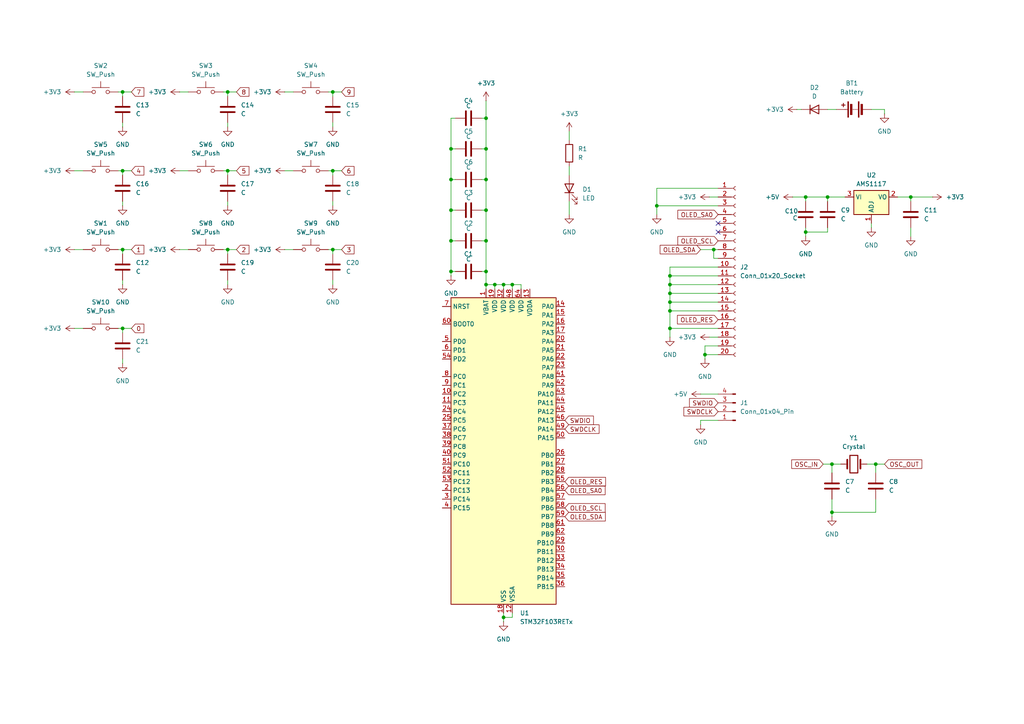
<source format=kicad_sch>
(kicad_sch (version 20231120) (generator "eeschema") (generator_version "8.0")
  (paper "A4")
  (lib_symbols
    (symbol "Connector:Conn_01x04_Pin" (pin_names (offset 1.016) hide)
      (property "Reference" "J" (at 0 5.08 0))
      (property "Value" "Conn_01x04_Pin" (at 0 -7.62 0))
      (symbol "Conn_01x04_Pin_1_1"
        (polyline (pts (xy 1.27 -5.08) (xy 0.8636 -5.08)) (stroke (width 0.1524)))
        (polyline (pts (xy 1.27 -2.54) (xy 0.8636 -2.54)) (stroke (width 0.1524)))
        (polyline (pts (xy 1.27 0) (xy 0.8636 0)) (stroke (width 0.1524)))
        (polyline (pts (xy 1.27 2.54) (xy 0.8636 2.54)) (stroke (width 0.1524)))
        (rectangle (start 0.8636 -4.953) (end 0 -5.207) (stroke (width 0.1524)) (fill (type outline)))
        (rectangle (start 0.8636 -2.413) (end 0 -2.667) (stroke (width 0.1524)) (fill (type outline)))
        (rectangle (start 0.8636 0.127) (end 0 -0.127) (stroke (width 0.1524)) (fill (type outline)))
        (rectangle (start 0.8636 2.667) (end 0 2.413) (stroke (width 0.1524)) (fill (type outline)))
        (pin passive line (at 5.08 2.54 180) (length 3.81) (name "Pin_1") (number "1"))
        (pin passive line (at 5.08 0 180) (length 3.81) (name "Pin_2") (number "2"))
        (pin passive line (at 5.08 -2.54 180) (length 3.81) (name "Pin_3") (number "3"))
        (pin passive line (at 5.08 -5.08 180) (length 3.81) (name "Pin_4") (number "4"))
      )
    )
    (symbol "Connector:Conn_01x20_Socket" (pin_names (offset 1.016) hide)
      (property "Reference" "J" (at 0 25.4 0))
      (property "Value" "Conn_01x20_Socket" (at 0 -27.94 0))
      (symbol "Conn_01x20_Socket_1_1"
        (arc (start 0 -24.892) (mid -0.5058 -25.4) (end 0 -25.908) (stroke (width 0.1524)))
        (arc (start 0 -22.352) (mid -0.5058 -22.86) (end 0 -23.368) (stroke (width 0.1524)))
        (arc (start 0 -19.812) (mid -0.5058 -20.32) (end 0 -20.828) (stroke (width 0.1524)))
        (arc (start 0 -17.272) (mid -0.5058 -17.78) (end 0 -18.288) (stroke (width 0.1524)))
        (arc (start 0 -14.732) (mid -0.5058 -15.24) (end 0 -15.748) (stroke (width 0.1524)))
        (arc (start 0 -12.192) (mid -0.5058 -12.7) (end 0 -13.208) (stroke (width 0.1524)))
        (arc (start 0 -9.652) (mid -0.5058 -10.16) (end 0 -10.668) (stroke (width 0.1524)))
        (arc (start 0 -7.112) (mid -0.5058 -7.62) (end 0 -8.128) (stroke (width 0.1524)))
        (arc (start 0 -4.572) (mid -0.5058 -5.08) (end 0 -5.588) (stroke (width 0.1524)))
        (arc (start 0 -2.032) (mid -0.5058 -2.54) (end 0 -3.048) (stroke (width 0.1524)))
        (polyline (pts (xy -1.27 -25.4) (xy -0.508 -25.4)) (stroke (width 0.1524)))
        (polyline (pts (xy -1.27 -22.86) (xy -0.508 -22.86)) (stroke (width 0.1524)))
        (polyline (pts (xy -1.27 -20.32) (xy -0.508 -20.32)) (stroke (width 0.1524)))
        (polyline (pts (xy -1.27 -17.78) (xy -0.508 -17.78)) (stroke (width 0.1524)))
        (polyline (pts (xy -1.27 -15.24) (xy -0.508 -15.24)) (stroke (width 0.1524)))
        (polyline (pts (xy -1.27 -12.7) (xy -0.508 -12.7)) (stroke (width 0.1524)))
        (polyline (pts (xy -1.27 -10.16) (xy -0.508 -10.16)) (stroke (width 0.1524)))
        (polyline (pts (xy -1.27 -7.62) (xy -0.508 -7.62)) (stroke (width 0.1524)))
        (polyline (pts (xy -1.27 -5.08) (xy -0.508 -5.08)) (stroke (width 0.1524)))
        (polyline (pts (xy -1.27 -2.54) (xy -0.508 -2.54)) (stroke (width 0.1524)))
        (polyline (pts (xy -1.27 0) (xy -0.508 0)) (stroke (width 0.1524)))
        (polyline (pts (xy -1.27 2.54) (xy -0.508 2.54)) (stroke (width 0.1524)))
        (polyline (pts (xy -1.27 5.08) (xy -0.508 5.08)) (stroke (width 0.1524)))
        (polyline (pts (xy -1.27 7.62) (xy -0.508 7.62)) (stroke (width 0.1524)))
        (polyline (pts (xy -1.27 10.16) (xy -0.508 10.16)) (stroke (width 0.1524)))
        (polyline (pts (xy -1.27 12.7) (xy -0.508 12.7)) (stroke (width 0.1524)))
        (polyline (pts (xy -1.27 15.24) (xy -0.508 15.24)) (stroke (width 0.1524)))
        (polyline (pts (xy -1.27 17.78) (xy -0.508 17.78)) (stroke (width 0.1524)))
        (polyline (pts (xy -1.27 20.32) (xy -0.508 20.32)) (stroke (width 0.1524)))
        (polyline (pts (xy -1.27 22.86) (xy -0.508 22.86)) (stroke (width 0.1524)))
        (arc (start 0 0.508) (mid -0.5058 0) (end 0 -0.508) (stroke (width 0.1524)))
        (arc (start 0 3.048) (mid -0.5058 2.54) (end 0 2.032) (stroke (width 0.1524)))
        (arc (start 0 5.588) (mid -0.5058 5.08) (end 0 4.572) (stroke (width 0.1524)))
        (arc (start 0 8.128) (mid -0.5058 7.62) (end 0 7.112) (stroke (width 0.1524)))
        (arc (start 0 10.668) (mid -0.5058 10.16) (end 0 9.652) (stroke (width 0.1524)))
        (arc (start 0 13.208) (mid -0.5058 12.7) (end 0 12.192) (stroke (width 0.1524)))
        (arc (start 0 15.748) (mid -0.5058 15.24) (end 0 14.732) (stroke (width 0.1524)))
        (arc (start 0 18.288) (mid -0.5058 17.78) (end 0 17.272) (stroke (width 0.1524)))
        (arc (start 0 20.828) (mid -0.5058 20.32) (end 0 19.812) (stroke (width 0.1524)))
        (arc (start 0 23.368) (mid -0.5058 22.86) (end 0 22.352) (stroke (width 0.1524)))
        (pin passive line (at -5.08 22.86 0) (length 3.81) (name "Pin_1") (number "1"))
        (pin passive line (at -5.08 0 0) (length 3.81) (name "Pin_10") (number "10"))
        (pin passive line (at -5.08 -2.54 0) (length 3.81) (name "Pin_11") (number "11"))
        (pin passive line (at -5.08 -5.08 0) (length 3.81) (name "Pin_12") (number "12"))
        (pin passive line (at -5.08 -7.62 0) (length 3.81) (name "Pin_13") (number "13"))
        (pin passive line (at -5.08 -10.16 0) (length 3.81) (name "Pin_14") (number "14"))
        (pin passive line (at -5.08 -12.7 0) (length 3.81) (name "Pin_15") (number "15"))
        (pin passive line (at -5.08 -15.24 0) (length 3.81) (name "Pin_16") (number "16"))
        (pin passive line (at -5.08 -17.78 0) (length 3.81) (name "Pin_17") (number "17"))
        (pin passive line (at -5.08 -20.32 0) (length 3.81) (name "Pin_18") (number "18"))
        (pin passive line (at -5.08 -22.86 0) (length 3.81) (name "Pin_19") (number "19"))
        (pin passive line (at -5.08 20.32 0) (length 3.81) (name "Pin_2") (number "2"))
        (pin passive line (at -5.08 -25.4 0) (length 3.81) (name "Pin_20") (number "20"))
        (pin passive line (at -5.08 17.78 0) (length 3.81) (name "Pin_3") (number "3"))
        (pin passive line (at -5.08 15.24 0) (length 3.81) (name "Pin_4") (number "4"))
        (pin passive line (at -5.08 12.7 0) (length 3.81) (name "Pin_5") (number "5"))
        (pin passive line (at -5.08 10.16 0) (length 3.81) (name "Pin_6") (number "6"))
        (pin passive line (at -5.08 7.62 0) (length 3.81) (name "Pin_7") (number "7"))
        (pin passive line (at -5.08 5.08 0) (length 3.81) (name "Pin_8") (number "8"))
        (pin passive line (at -5.08 2.54 0) (length 3.81) (name "Pin_9") (number "9"))
      )
    )
    (symbol "Device:Battery" (pin_numbers hide) (pin_names (offset 0) hide)
      (property "Reference" "BT" (at 2.54 2.54 0))
      (property "Value" "Battery" (at 2.54 0 0))
      (symbol "Battery_0_1"
        (rectangle (start -2.286 -1.27) (end 2.286 -1.524) (fill (type outline)))
        (rectangle (start -2.286 1.778) (end 2.286 1.524) (fill (type outline)))
        (rectangle (start -1.524 -2.032) (end 1.524 -2.54) (fill (type outline)))
        (rectangle (start -1.524 1.016) (end 1.524 0.508) (fill (type outline)))
        (polyline (pts (xy 0 -1.016) (xy 0 -0.762)))
        (polyline (pts (xy 0 -0.508) (xy 0 -0.254)))
        (polyline (pts (xy 0 0) (xy 0 0.254)))
        (polyline (pts (xy 0 1.778) (xy 0 2.54)))
        (polyline (pts (xy 0.762 3.048) (xy 1.778 3.048)) (stroke (width 0.254)))
        (polyline (pts (xy 1.27 3.556) (xy 1.27 2.54)) (stroke (width 0.254)))
      )
      (symbol "Battery_1_1"
        (pin passive line (at 0 5.08 270) (length 2.54) (name "+") (number "1"))
        (pin passive line (at 0 -5.08 90) (length 2.54) (name "-") (number "2"))
      )
    )
    (symbol "Device:C" (pin_numbers hide) (pin_names (offset 0.254))
      (property "Reference" "C" (at 0.635 2.54 0))
      (property "Value" "C" (at 0.635 -2.54 0))
      (symbol "C_0_1"
        (polyline (pts (xy -2.032 -0.762) (xy 2.032 -0.762)) (stroke (width 0.508)))
        (polyline (pts (xy -2.032 0.762) (xy 2.032 0.762)) (stroke (width 0.508)))
      )
      (symbol "C_1_1"
        (pin passive line (at 0 3.81 270) (length 2.794) (name "~") (number "1"))
        (pin passive line (at 0 -3.81 90) (length 2.794) (name "~") (number "2"))
      )
    )
    (symbol "Device:Crystal" (pin_numbers hide) (pin_names (offset 1.016) hide)
      (property "Reference" "Y" (at 0 3.81 0))
      (property "Value" "Crystal" (at 0 -3.81 0))
      (symbol "Crystal_0_1"
        (rectangle (start -1.143 2.54) (end 1.143 -2.54) (stroke (width 0.3048)))
        (polyline (pts (xy -2.54 0) (xy -1.905 0)))
        (polyline (pts (xy -1.905 -1.27) (xy -1.905 1.27)) (stroke (width 0.508)))
        (polyline (pts (xy 1.905 -1.27) (xy 1.905 1.27)) (stroke (width 0.508)))
        (polyline (pts (xy 2.54 0) (xy 1.905 0)))
      )
      (symbol "Crystal_1_1"
        (pin passive line (at -3.81 0 0) (length 1.27) (name "1") (number "1"))
        (pin passive line (at 3.81 0 180) (length 1.27) (name "2") (number "2"))
      )
    )
    (symbol "Device:D" (pin_numbers hide) (pin_names (offset 1.016) hide)
      (property "Reference" "D" (at 0 2.54 0))
      (property "Value" "D" (at 0 -2.54 0))
      (symbol "D_0_1"
        (polyline (pts (xy -1.27 1.27) (xy -1.27 -1.27)) (stroke (width 0.254)))
        (polyline (pts (xy 1.27 0) (xy -1.27 0)))
        (polyline (pts (xy 1.27 1.27) (xy 1.27 -1.27) (xy -1.27 0) (xy 1.27 1.27)) (stroke (width 0.254)))
      )
      (symbol "D_1_1"
        (pin passive line (at -3.81 0 0) (length 2.54) (name "K") (number "1"))
        (pin passive line (at 3.81 0 180) (length 2.54) (name "A") (number "2"))
      )
    )
    (symbol "Device:LED" (pin_numbers hide) (pin_names (offset 1.016) hide)
      (property "Reference" "D" (at 0 2.54 0))
      (property "Value" "LED" (at 0 -2.54 0))
      (symbol "LED_0_1"
        (polyline (pts (xy -1.27 -1.27) (xy -1.27 1.27)) (stroke (width 0.254)))
        (polyline (pts (xy -1.27 0) (xy 1.27 0)))
        (polyline (pts (xy 1.27 -1.27) (xy 1.27 1.27) (xy -1.27 0) (xy 1.27 -1.27)) (stroke (width 0.254)))
        (polyline (pts (xy -3.048 -0.762) (xy -4.572 -2.286) (xy -3.81 -2.286) (xy -4.572 -2.286) (xy -4.572 -1.524)))
        (polyline (pts (xy -1.778 -0.762) (xy -3.302 -2.286) (xy -2.54 -2.286) (xy -3.302 -2.286) (xy -3.302 -1.524)))
      )
      (symbol "LED_1_1"
        (pin passive line (at -3.81 0 0) (length 2.54) (name "K") (number "1"))
        (pin passive line (at 3.81 0 180) (length 2.54) (name "A") (number "2"))
      )
    )
    (symbol "Device:R" (pin_numbers hide) (pin_names (offset 0))
      (property "Reference" "R" (at 2.032 0 90))
      (property "Value" "R" (at 0 0 90))
      (symbol "R_0_1"
        (rectangle (start -1.016 -2.54) (end 1.016 2.54) (stroke (width 0.254)))
      )
      (symbol "R_1_1"
        (pin passive line (at 0 3.81 270) (length 1.27) (name "~") (number "1"))
        (pin passive line (at 0 -3.81 90) (length 1.27) (name "~") (number "2"))
      )
    )
    (symbol "MCU_ST_STM32F1:STM32F103RETx"
      (property "Reference" "U" (at -15.24 46.99 0))
      (property "Value" "STM32F103RETx" (at 10.16 46.99 0))
      (symbol "STM32F103RETx_0_1"
        (rectangle (start -15.24 -43.18) (end 15.24 45.72) (stroke (width 0.254)) (fill (type background)))
      )
      (symbol "STM32F103RETx_1_1"
        (pin power_in line (at -5.08 48.26 270) (length 2.54) (name "VBAT") (number "1"))
        (pin bidirectional line (at -17.78 17.78 0) (length 2.54) (name "PC2") (number "10"))
        (pin bidirectional line (at -17.78 15.24 0) (length 2.54) (name "PC3") (number "11"))
        (pin power_in line (at 2.54 -45.72 90) (length 2.54) (name "VSSA") (number "12"))
        (pin power_in line (at 7.62 48.26 270) (length 2.54) (name "VDDA") (number "13"))
        (pin bidirectional line (at 17.78 43.18 180) (length 2.54) (name "PA0") (number "14"))
        (pin bidirectional line (at 17.78 40.64 180) (length 2.54) (name "PA1") (number "15"))
        (pin bidirectional line (at 17.78 38.1 180) (length 2.54) (name "PA2") (number "16"))
        (pin bidirectional line (at 17.78 35.56 180) (length 2.54) (name "PA3") (number "17"))
        (pin power_in line (at 0 -45.72 90) (length 2.54) (name "VSS") (number "18"))
        (pin power_in line (at -2.54 48.26 270) (length 2.54) (name "VDD") (number "19"))
        (pin bidirectional line (at -17.78 -10.16 0) (length 2.54) (name "PC13") (number "2"))
        (pin bidirectional line (at 17.78 33.02 180) (length 2.54) (name "PA4") (number "20"))
        (pin bidirectional line (at 17.78 30.48 180) (length 2.54) (name "PA5") (number "21"))
        (pin bidirectional line (at 17.78 27.94 180) (length 2.54) (name "PA6") (number "22"))
        (pin bidirectional line (at 17.78 25.4 180) (length 2.54) (name "PA7") (number "23"))
        (pin bidirectional line (at -17.78 12.7 0) (length 2.54) (name "PC4") (number "24"))
        (pin bidirectional line (at -17.78 10.16 0) (length 2.54) (name "PC5") (number "25"))
        (pin bidirectional line (at 17.78 0 180) (length 2.54) (name "PB0") (number "26"))
        (pin bidirectional line (at 17.78 -2.54 180) (length 2.54) (name "PB1") (number "27"))
        (pin bidirectional line (at 17.78 -5.08 180) (length 2.54) (name "PB2") (number "28"))
        (pin bidirectional line (at 17.78 -25.4 180) (length 2.54) (name "PB10") (number "29"))
        (pin bidirectional line (at -17.78 -12.7 0) (length 2.54) (name "PC14") (number "3"))
        (pin bidirectional line (at 17.78 -27.94 180) (length 2.54) (name "PB11") (number "30"))
        (pin passive line (at 0 -45.72 90) (length 2.54) hide (name "VSS") (number "31"))
        (pin power_in line (at 0 48.26 270) (length 2.54) (name "VDD") (number "32"))
        (pin bidirectional line (at 17.78 -30.48 180) (length 2.54) (name "PB12") (number "33"))
        (pin bidirectional line (at 17.78 -33.02 180) (length 2.54) (name "PB13") (number "34"))
        (pin bidirectional line (at 17.78 -35.56 180) (length 2.54) (name "PB14") (number "35"))
        (pin bidirectional line (at 17.78 -38.1 180) (length 2.54) (name "PB15") (number "36"))
        (pin bidirectional line (at -17.78 7.62 0) (length 2.54) (name "PC6") (number "37"))
        (pin bidirectional line (at -17.78 5.08 0) (length 2.54) (name "PC7") (number "38"))
        (pin bidirectional line (at -17.78 2.54 0) (length 2.54) (name "PC8") (number "39"))
        (pin bidirectional line (at -17.78 -15.24 0) (length 2.54) (name "PC15") (number "4"))
        (pin bidirectional line (at -17.78 0 0) (length 2.54) (name "PC9") (number "40"))
        (pin bidirectional line (at 17.78 22.86 180) (length 2.54) (name "PA8") (number "41"))
        (pin bidirectional line (at 17.78 20.32 180) (length 2.54) (name "PA9") (number "42"))
        (pin bidirectional line (at 17.78 17.78 180) (length 2.54) (name "PA10") (number "43"))
        (pin bidirectional line (at 17.78 15.24 180) (length 2.54) (name "PA11") (number "44"))
        (pin bidirectional line (at 17.78 12.7 180) (length 2.54) (name "PA12") (number "45"))
        (pin bidirectional line (at 17.78 10.16 180) (length 2.54) (name "PA13") (number "46"))
        (pin passive line (at 0 -45.72 90) (length 2.54) hide (name "VSS") (number "47"))
        (pin power_in line (at 2.54 48.26 270) (length 2.54) (name "VDD") (number "48"))
        (pin bidirectional line (at 17.78 7.62 180) (length 2.54) (name "PA14") (number "49"))
        (pin bidirectional line (at -17.78 33.02 0) (length 2.54) (name "PD0") (number "5"))
        (pin bidirectional line (at 17.78 5.08 180) (length 2.54) (name "PA15") (number "50"))
        (pin bidirectional line (at -17.78 -2.54 0) (length 2.54) (name "PC10") (number "51"))
        (pin bidirectional line (at -17.78 -5.08 0) (length 2.54) (name "PC11") (number "52"))
        (pin bidirectional line (at -17.78 -7.62 0) (length 2.54) (name "PC12") (number "53"))
        (pin bidirectional line (at -17.78 27.94 0) (length 2.54) (name "PD2") (number "54"))
        (pin bidirectional line (at 17.78 -7.62 180) (length 2.54) (name "PB3") (number "55"))
        (pin bidirectional line (at 17.78 -10.16 180) (length 2.54) (name "PB4") (number "56"))
        (pin bidirectional line (at 17.78 -12.7 180) (length 2.54) (name "PB5") (number "57"))
        (pin bidirectional line (at 17.78 -15.24 180) (length 2.54) (name "PB6") (number "58"))
        (pin bidirectional line (at 17.78 -17.78 180) (length 2.54) (name "PB7") (number "59"))
        (pin bidirectional line (at -17.78 30.48 0) (length 2.54) (name "PD1") (number "6"))
        (pin input line (at -17.78 38.1 0) (length 2.54) (name "BOOT0") (number "60"))
        (pin bidirectional line (at 17.78 -20.32 180) (length 2.54) (name "PB8") (number "61"))
        (pin bidirectional line (at 17.78 -22.86 180) (length 2.54) (name "PB9") (number "62"))
        (pin passive line (at 0 -45.72 90) (length 2.54) hide (name "VSS") (number "63"))
        (pin power_in line (at 5.08 48.26 270) (length 2.54) (name "VDD") (number "64"))
        (pin input line (at -17.78 43.18 0) (length 2.54) (name "NRST") (number "7"))
        (pin bidirectional line (at -17.78 22.86 0) (length 2.54) (name "PC0") (number "8"))
        (pin bidirectional line (at -17.78 20.32 0) (length 2.54) (name "PC1") (number "9"))
      )
    )
    (symbol "Regulator_Linear:AMS1117"
      (property "Reference" "U" (at -3.81 3.175 0))
      (property "Value" "AMS1117" (at 0 3.175 0))
      (symbol "AMS1117_0_1"
        (rectangle (start -5.08 -5.08) (end 5.08 1.905) (stroke (width 0.254)) (fill (type background)))
      )
      (symbol "AMS1117_1_1"
        (pin input line (at 0 -7.62 90) (length 2.54) (name "ADJ") (number "1"))
        (pin power_out line (at 7.62 0 180) (length 2.54) (name "VO") (number "2"))
        (pin power_in line (at -7.62 0 0) (length 2.54) (name "VI") (number "3"))
      )
    )
    (symbol "Switch:SW_Push" (pin_numbers hide) (pin_names (offset 1.016) hide)
      (property "Reference" "SW" (at 1.27 2.54 0))
      (property "Value" "SW_Push" (at 0 -1.524 0))
      (symbol "SW_Push_0_1"
        (circle (center -2.032 0) (radius 0.508))
        (polyline (pts (xy 0 1.27) (xy 0 3.048)))
        (polyline (pts (xy 2.54 1.27) (xy -2.54 1.27)))
        (circle (center 2.032 0) (radius 0.508))
        (pin passive line (at -5.08 0 0) (length 2.54) (name "1") (number "1"))
        (pin passive line (at 5.08 0 180) (length 2.54) (name "2") (number "2"))
      )
    )
    (symbol "power:+3V3" (power) (pin_numbers hide) (pin_names (offset 0) hide)
      (property "Value" "+3V3" (at 0 3.556 0))
      (symbol "+3V3_0_1"
        (polyline (pts (xy -0.762 1.27) (xy 0 2.54)))
        (polyline (pts (xy 0 0) (xy 0 2.54)))
        (polyline (pts (xy 0 2.54) (xy 0.762 1.27)))
      )
      (symbol "+3V3_1_1"
        (pin power_in line (at 0 0 90) (length 0) (name "~") (number "1"))
      )
    )
    (symbol "power:+5V" (power) (pin_numbers hide) (pin_names (offset 0) hide)
      (property "Value" "+5V" (at 0 3.556 0))
      (symbol "+5V_0_1"
        (polyline (pts (xy -0.762 1.27) (xy 0 2.54)))
        (polyline (pts (xy 0 0) (xy 0 2.54)))
        (polyline (pts (xy 0 2.54) (xy 0.762 1.27)))
      )
      (symbol "+5V_1_1"
        (pin power_in line (at 0 0 90) (length 0) (name "~") (number "1"))
      )
    )
    (symbol "power:GND" (power) (pin_numbers hide) (pin_names (offset 0) hide)
      (property "Value" "GND" (at 0 -3.81 0))
      (symbol "GND_0_1"
        (polyline (pts (xy 0 0) (xy 0 -1.27) (xy 1.27 -1.27) (xy 0 -2.54) (xy -1.27 -1.27) (xy 0 -1.27)))
      )
      (symbol "GND_1_1"
        (pin power_in line (at 0 0 270) (length 0) (name "~") (number "1"))
      )
    )
  )
  (junction (at 194.31 90.17))
  (junction (at 35.56 26.67))
  (junction (at 204.47 102.87))
  (junction (at 140.97 69.85))
  (junction (at 35.56 49.53))
  (junction (at 264.16 57.15))
  (junction (at 96.52 72.39))
  (junction (at 190.5 59.69))
  (junction (at 241.3 148.59))
  (junction (at 130.81 60.96))
  (junction (at 241.3 134.62))
  (junction (at 143.51 82.55))
  (junction (at 66.04 49.53))
  (junction (at 66.04 72.39))
  (junction (at 207.01 72.39))
  (junction (at 194.31 95.25))
  (junction (at 194.31 82.55))
  (junction (at 66.04 26.67))
  (junction (at 140.97 43.18))
  (junction (at 140.97 60.96))
  (junction (at 140.97 52.07))
  (junction (at 254 134.62))
  (junction (at 194.31 85.09))
  (junction (at 194.31 80.01))
  (junction (at 35.56 72.39))
  (junction (at 96.52 49.53))
  (junction (at 233.68 67.31))
  (junction (at 130.81 69.85))
  (junction (at 148.59 82.55))
  (junction (at 146.05 179.07))
  (junction (at 130.81 43.18))
  (junction (at 96.52 26.67))
  (junction (at 140.97 78.74))
  (junction (at 130.81 52.07))
  (junction (at 140.97 82.55))
  (junction (at 240.03 57.15))
  (junction (at 194.31 87.63))
  (junction (at 146.05 82.55))
  (junction (at 35.56 95.25))
  (junction (at 233.68 57.15))
  (junction (at 140.97 34.29))
  (junction (at 130.81 78.74))
  (no_connect (at 208.28 67.31))
  (no_connect (at 208.28 64.77))
  (wire (pts (xy 35.56 95.25) (xy 38.1 95.25)))
  (wire (pts (xy 190.5 62.23) (xy 190.5 59.69)))
  (wire (pts (xy 132.08 69.85) (xy 130.81 69.85)))
  (wire (pts (xy 139.7 60.96) (xy 140.97 60.96)))
  (wire (pts (xy 165.1 38.1) (xy 165.1 40.64)))
  (wire (pts (xy 208.28 77.47) (xy 194.31 77.47)))
  (wire (pts (xy 140.97 29.21) (xy 140.97 34.29)))
  (wire (pts (xy 35.56 49.53) (xy 35.56 50.8)))
  (wire (pts (xy 52.07 26.67) (xy 54.61 26.67)))
  (wire (pts (xy 241.3 144.78) (xy 241.3 148.59)))
  (wire (pts (xy 204.47 100.33) (xy 204.47 102.87)))
  (wire (pts (xy 194.31 90.17) (xy 208.28 90.17)))
  (wire (pts (xy 21.59 72.39) (xy 24.13 72.39)))
  (wire (pts (xy 95.25 26.67) (xy 96.52 26.67)))
  (wire (pts (xy 139.7 43.18) (xy 140.97 43.18)))
  (wire (pts (xy 35.56 95.25) (xy 35.56 96.52)))
  (wire (pts (xy 146.05 82.55) (xy 143.51 82.55)))
  (wire (pts (xy 203.2 114.3) (xy 208.28 114.3)))
  (wire (pts (xy 95.25 49.53) (xy 96.52 49.53)))
  (wire (pts (xy 148.59 82.55) (xy 148.59 83.82)))
  (wire (pts (xy 240.03 57.15) (xy 233.68 57.15)))
  (wire (pts (xy 66.04 26.67) (xy 66.04 27.94)))
  (wire (pts (xy 241.3 148.59) (xy 241.3 149.86)))
  (wire (pts (xy 194.31 87.63) (xy 208.28 87.63)))
  (wire (pts (xy 194.31 85.09) (xy 194.31 87.63)))
  (wire (pts (xy 66.04 49.53) (xy 68.58 49.53)))
  (wire (pts (xy 140.97 78.74) (xy 140.97 69.85)))
  (wire (pts (xy 194.31 87.63) (xy 194.31 90.17)))
  (wire (pts (xy 64.77 26.67) (xy 66.04 26.67)))
  (wire (pts (xy 95.25 72.39) (xy 96.52 72.39)))
  (wire (pts (xy 140.97 78.74) (xy 140.97 82.55)))
  (wire (pts (xy 96.52 58.42) (xy 96.52 59.69)))
  (wire (pts (xy 194.31 82.55) (xy 194.31 85.09)))
  (wire (pts (xy 96.52 81.28) (xy 96.52 82.55)))
  (wire (pts (xy 140.97 82.55) (xy 140.97 83.82)))
  (wire (pts (xy 130.81 52.07) (xy 132.08 52.07)))
  (wire (pts (xy 240.03 31.75) (xy 242.57 31.75)))
  (wire (pts (xy 130.81 78.74) (xy 132.08 78.74)))
  (wire (pts (xy 140.97 34.29) (xy 140.97 43.18)))
  (wire (pts (xy 194.31 80.01) (xy 194.31 82.55)))
  (wire (pts (xy 208.28 95.25) (xy 194.31 95.25)))
  (wire (pts (xy 82.55 72.39) (xy 85.09 72.39)))
  (wire (pts (xy 203.2 121.92) (xy 203.2 123.19)))
  (wire (pts (xy 130.81 69.85) (xy 130.81 60.96)))
  (wire (pts (xy 21.59 95.25) (xy 24.13 95.25)))
  (wire (pts (xy 96.52 72.39) (xy 99.06 72.39)))
  (wire (pts (xy 130.81 60.96) (xy 130.81 52.07)))
  (wire (pts (xy 140.97 52.07) (xy 140.97 60.96)))
  (wire (pts (xy 256.54 31.75) (xy 256.54 33.02)))
  (wire (pts (xy 240.03 57.15) (xy 245.11 57.15)))
  (wire (pts (xy 252.73 64.77) (xy 252.73 66.04)))
  (wire (pts (xy 66.04 58.42) (xy 66.04 59.69)))
  (wire (pts (xy 231.14 31.75) (xy 232.41 31.75)))
  (wire (pts (xy 143.51 82.55) (xy 140.97 82.55)))
  (wire (pts (xy 140.97 34.29) (xy 139.7 34.29)))
  (wire (pts (xy 130.81 69.85) (xy 130.81 78.74)))
  (wire (pts (xy 66.04 49.53) (xy 66.04 50.8)))
  (wire (pts (xy 64.77 49.53) (xy 66.04 49.53)))
  (wire (pts (xy 130.81 60.96) (xy 132.08 60.96)))
  (wire (pts (xy 66.04 72.39) (xy 68.58 72.39)))
  (wire (pts (xy 35.56 35.56) (xy 35.56 36.83)))
  (wire (pts (xy 241.3 134.62) (xy 243.84 134.62)))
  (wire (pts (xy 66.04 72.39) (xy 66.04 73.66)))
  (wire (pts (xy 35.56 49.53) (xy 38.1 49.53)))
  (wire (pts (xy 82.55 49.53) (xy 85.09 49.53)))
  (wire (pts (xy 260.35 57.15) (xy 264.16 57.15)))
  (wire (pts (xy 208.28 121.92) (xy 203.2 121.92)))
  (wire (pts (xy 34.29 95.25) (xy 35.56 95.25)))
  (wire (pts (xy 190.5 54.61) (xy 190.5 59.69)))
  (wire (pts (xy 140.97 43.18) (xy 140.97 52.07)))
  (wire (pts (xy 194.31 95.25) (xy 194.31 97.79)))
  (wire (pts (xy 204.47 102.87) (xy 204.47 104.14)))
  (wire (pts (xy 34.29 49.53) (xy 35.56 49.53)))
  (wire (pts (xy 96.52 49.53) (xy 96.52 50.8)))
  (wire (pts (xy 96.52 26.67) (xy 96.52 27.94)))
  (wire (pts (xy 130.81 43.18) (xy 132.08 43.18)))
  (wire (pts (xy 139.7 52.07) (xy 140.97 52.07)))
  (wire (pts (xy 264.16 66.04) (xy 264.16 68.58)))
  (wire (pts (xy 34.29 26.67) (xy 35.56 26.67)))
  (wire (pts (xy 233.68 67.31) (xy 233.68 66.04)))
  (wire (pts (xy 140.97 60.96) (xy 140.97 69.85)))
  (wire (pts (xy 66.04 81.28) (xy 66.04 82.55)))
  (wire (pts (xy 240.03 67.31) (xy 233.68 67.31)))
  (wire (pts (xy 64.77 72.39) (xy 66.04 72.39)))
  (wire (pts (xy 254 134.62) (xy 256.54 134.62)))
  (wire (pts (xy 148.59 82.55) (xy 146.05 82.55)))
  (wire (pts (xy 233.68 57.15) (xy 233.68 58.42)))
  (wire (pts (xy 165.1 48.26) (xy 165.1 50.8)))
  (wire (pts (xy 208.28 100.33) (xy 204.47 100.33)))
  (wire (pts (xy 148.59 179.07) (xy 146.05 179.07)))
  (wire (pts (xy 233.68 67.31) (xy 233.68 68.58)))
  (wire (pts (xy 151.13 82.55) (xy 148.59 82.55)))
  (wire (pts (xy 35.56 81.28) (xy 35.56 82.55)))
  (wire (pts (xy 52.07 49.53) (xy 54.61 49.53)))
  (wire (pts (xy 143.51 82.55) (xy 143.51 83.82)))
  (wire (pts (xy 35.56 72.39) (xy 35.56 73.66)))
  (wire (pts (xy 52.07 72.39) (xy 54.61 72.39)))
  (wire (pts (xy 146.05 179.07) (xy 146.05 180.34)))
  (wire (pts (xy 208.28 74.93) (xy 207.01 74.93)))
  (wire (pts (xy 205.74 57.15) (xy 208.28 57.15)))
  (wire (pts (xy 194.31 82.55) (xy 208.28 82.55)))
  (wire (pts (xy 238.76 134.62) (xy 241.3 134.62)))
  (wire (pts (xy 240.03 57.15) (xy 240.03 58.42)))
  (wire (pts (xy 207.01 72.39) (xy 203.2 72.39)))
  (wire (pts (xy 240.03 66.04) (xy 240.03 67.31)))
  (wire (pts (xy 194.31 77.47) (xy 194.31 80.01)))
  (wire (pts (xy 148.59 177.8) (xy 148.59 179.07)))
  (wire (pts (xy 21.59 26.67) (xy 24.13 26.67)))
  (wire (pts (xy 66.04 26.67) (xy 68.58 26.67)))
  (wire (pts (xy 130.81 52.07) (xy 130.81 43.18)))
  (wire (pts (xy 35.56 72.39) (xy 38.1 72.39)))
  (wire (pts (xy 140.97 69.85) (xy 139.7 69.85)))
  (wire (pts (xy 264.16 57.15) (xy 264.16 58.42)))
  (wire (pts (xy 264.16 57.15) (xy 270.51 57.15)))
  (wire (pts (xy 139.7 78.74) (xy 140.97 78.74)))
  (wire (pts (xy 130.81 34.29) (xy 132.08 34.29)))
  (wire (pts (xy 35.56 26.67) (xy 38.1 26.67)))
  (wire (pts (xy 66.04 35.56) (xy 66.04 36.83)))
  (wire (pts (xy 35.56 26.67) (xy 35.56 27.94)))
  (wire (pts (xy 34.29 72.39) (xy 35.56 72.39)))
  (wire (pts (xy 146.05 179.07) (xy 146.05 177.8)))
  (wire (pts (xy 254 144.78) (xy 254 148.59)))
  (wire (pts (xy 194.31 90.17) (xy 194.31 95.25)))
  (wire (pts (xy 35.56 104.14) (xy 35.56 105.41)))
  (wire (pts (xy 146.05 82.55) (xy 146.05 83.82)))
  (wire (pts (xy 96.52 72.39) (xy 96.52 73.66)))
  (wire (pts (xy 130.81 80.01) (xy 130.81 78.74)))
  (wire (pts (xy 207.01 74.93) (xy 207.01 72.39)))
  (wire (pts (xy 254 148.59) (xy 241.3 148.59)))
  (wire (pts (xy 96.52 26.67) (xy 99.06 26.67)))
  (wire (pts (xy 194.31 80.01) (xy 208.28 80.01)))
  (wire (pts (xy 254 134.62) (xy 254 137.16)))
  (wire (pts (xy 165.1 58.42) (xy 165.1 62.23)))
  (wire (pts (xy 35.56 58.42) (xy 35.56 59.69)))
  (wire (pts (xy 252.73 31.75) (xy 256.54 31.75)))
  (wire (pts (xy 96.52 35.56) (xy 96.52 36.83)))
  (wire (pts (xy 229.87 57.15) (xy 233.68 57.15)))
  (wire (pts (xy 190.5 59.69) (xy 208.28 59.69)))
  (wire (pts (xy 251.46 134.62) (xy 254 134.62)))
  (wire (pts (xy 130.81 43.18) (xy 130.81 34.29)))
  (wire (pts (xy 194.31 85.09) (xy 208.28 85.09)))
  (wire (pts (xy 208.28 102.87) (xy 204.47 102.87)))
  (wire (pts (xy 241.3 134.62) (xy 241.3 137.16)))
  (wire (pts (xy 190.5 54.61) (xy 208.28 54.61)))
  (wire (pts (xy 82.55 26.67) (xy 85.09 26.67)))
  (wire (pts (xy 96.52 49.53) (xy 99.06 49.53)))
  (wire (pts (xy 151.13 83.82) (xy 151.13 82.55)))
  (wire (pts (xy 205.74 97.79) (xy 208.28 97.79)))
  (wire (pts (xy 207.01 72.39) (xy 208.28 72.39)))
  (wire (pts (xy 21.59 49.53) (xy 24.13 49.53)))
  (global_label "5" (shape input) (at 68.58 49.53 0) (property "Intersheetrefs" "${INTERSHEET_REFS}" (effects (hide yes))))
  (global_label "OLED_SCL" (shape input) (at 163.83 147.32 0))
  (global_label "8" (shape input) (at 68.58 26.67 0) (property "Intersheetrefs" "${INTERSHEET_REFS}" (effects (hide yes))))
  (global_label "OLED_SA0" (shape input) (at 163.83 142.24 0))
  (global_label "3" (shape input) (at 99.06 72.39 0) (property "Intersheetrefs" "${INTERSHEET_REFS}" (effects (hide yes))))
  (global_label "OSC_OUT" (shape input) (at 256.54 134.62 0) (property "Intersheetrefs" "${INTERSHEET_REFS}" (effects (hide yes))))
  (global_label "OLED_SDA" (shape input) (at 203.2 72.39 180))
  (global_label "1" (shape input) (at 38.1 72.39 0) (property "Intersheetrefs" "${INTERSHEET_REFS}" (effects (hide yes))))
  (global_label "SWDIO" (shape input) (at 208.28 116.84 180) (property "Intersheetrefs" "${INTERSHEET_REFS}" (effects (hide yes))))
  (global_label "SWDCLK" (shape input) (at 163.83 124.46 0) (property "Intersheetrefs" "${INTERSHEET_REFS}" (effects (hide yes))))
  (global_label "2" (shape input) (at 68.58 72.39 0) (property "Intersheetrefs" "${INTERSHEET_REFS}" (effects (hide yes))))
  (global_label "7" (shape input) (at 38.1 26.67 0) (property "Intersheetrefs" "${INTERSHEET_REFS}" (effects (hide yes))))
  (global_label "OLED_SDA" (shape input) (at 163.83 149.86 0))
  (global_label "9" (shape input) (at 99.06 26.67 0) (property "Intersheetrefs" "${INTERSHEET_REFS}" (effects (hide yes))))
  (global_label "OSC_IN" (shape input) (at 238.76 134.62 180) (property "Intersheetrefs" "${INTERSHEET_REFS}" (effects (hide yes))))
  (global_label "OLED_RES" (shape input) (at 163.83 139.7 0))
  (global_label "0" (shape input) (at 38.1 95.25 0) (property "Intersheetrefs" "${INTERSHEET_REFS}" (effects (hide yes))))
  (global_label "OLED_SA0" (shape input) (at 208.28 62.23 180))
  (global_label "SWDCLK" (shape input) (at 208.28 119.38 180) (property "Intersheetrefs" "${INTERSHEET_REFS}" (effects (hide yes))))
  (global_label "4" (shape input) (at 38.1 49.53 0) (property "Intersheetrefs" "${INTERSHEET_REFS}" (effects (hide yes))))
  (global_label "OLED_RES" (shape input) (at 208.28 92.71 180))
  (global_label "6" (shape input) (at 99.06 49.53 0) (property "Intersheetrefs" "${INTERSHEET_REFS}" (effects (hide yes))))
  (global_label "SWDIO" (shape input) (at 163.83 121.92 0) (property "Intersheetrefs" "${INTERSHEET_REFS}" (effects (hide yes))))
  (global_label "OLED_SCL" (shape input) (at 208.28 69.85 180))
  (symbol (lib_id "power:GND") (at 194.31 97.79 0) (unit 1)
    (property "Reference" "#PWR06" (effects (hide yes)))
    (property "Value" "GND" (at 194.31 102.87 0))
    (property "Description" "Power symbol creates a global label with name \"GND\" , ground" (effects (hide yes)))
  )
  (symbol (lib_id "power:GND") (at 96.52 36.83 0) (unit 1)
    (property "Reference" "#PWR027" (effects (hide yes)))
    (property "Value" "GND" (at 96.52 41.91 0))
    (property "Description" "Power symbol creates a global label with name \"GND\" , ground" (effects (hide yes)))
  )
  (symbol (lib_id "power:+3V3") (at 82.55 72.39 90) (unit 1)
    (property "Reference" "#PWR036" (effects (hide yes)))
    (property "Value" "+3V3" (at 78.74 72.3899 90) (effects (justify left)))
    (property "Description" "Power symbol creates a global label with name \"+3V3\"" (effects (hide yes)))
  )
  (symbol (lib_id "power:+3V3") (at 205.74 57.15 90) (unit 1)
    (property "Reference" "#PWR07" (effects (hide yes)))
    (property "Value" "+3V3" (at 201.93 57.1499 90) (effects (justify left)))
    (property "Description" "Power symbol creates a global label with name \"+3V3\"" (effects (hide yes)))
  )
  (symbol (lib_id "Switch:SW_Push") (at 59.69 26.67 0) (unit 1)
    (property "Reference" "SW3" (at 59.69 19.05 0))
    (property "Value" "SW_Push" (at 59.69 21.59 0))
    (property "Description" "Push button switch, generic, two pins" (effects (hide yes)))
  )
  (symbol (lib_id "power:+5V") (at 203.2 114.3 90) (unit 1)
    (property "Reference" "#PWR012" (effects (hide yes)))
    (property "Value" "+5V" (at 199.39 114.2999 90) (effects (justify left)))
    (property "Description" "Power symbol creates a global label with name \"+5V\"" (effects (hide yes)))
  )
  (symbol (lib_id "power:+3V3") (at 82.55 49.53 90) (unit 1)
    (property "Reference" "#PWR032" (effects (hide yes)))
    (property "Value" "+3V3" (at 78.74 49.5299 90) (effects (justify left)))
    (property "Description" "Power symbol creates a global label with name \"+3V3\"" (effects (hide yes)))
  )
  (symbol (lib_id "Device:R") (at 165.1 44.45 0) (unit 1)
    (property "Reference" "R1" (at 167.64 43.1799 0) (effects (justify left)))
    (property "Value" "R" (at 167.64 45.7199 0) (effects (justify left)))
    (property "Description" "Resistor" (effects (hide yes)))
  )
  (symbol (lib_id "power:GND") (at 252.73 66.04 0) (unit 1)
    (property "Reference" "#PWR018" (effects (hide yes)))
    (property "Value" "GND" (at 252.73 71.12 0))
    (property "Description" "Power symbol creates a global label with name \"GND\" , ground" (effects (hide yes)))
  )
  (symbol (lib_id "Device:C") (at 240.03 62.23 0) (unit 1)
    (property "Reference" "C9" (at 243.84 60.9599 0) (effects (justify left)))
    (property "Value" "C" (at 243.84 63.4999 0) (effects (justify left)))
    (property "Description" "Unpolarized capacitor" (effects (hide yes)))
  )
  (symbol (lib_id "Device:C") (at 66.04 54.61 0) (unit 1)
    (property "Reference" "C17" (at 69.85 53.3399 0) (effects (justify left)))
    (property "Value" "C" (at 69.85 55.8799 0) (effects (justify left)))
    (property "Description" "Unpolarized capacitor" (effects (hide yes)))
  )
  (symbol (lib_id "Device:C") (at 96.52 77.47 0) (unit 1)
    (property "Reference" "C20" (at 100.33 76.1999 0) (effects (justify left)))
    (property "Value" "C" (at 100.33 78.7399 0) (effects (justify left)))
    (property "Description" "Unpolarized capacitor" (effects (hide yes)))
  )
  (symbol (lib_id "power:GND") (at 35.56 59.69 0) (unit 1)
    (property "Reference" "#PWR029" (effects (hide yes)))
    (property "Value" "GND" (at 35.56 64.77 0))
    (property "Description" "Power symbol creates a global label with name \"GND\" , ground" (effects (hide yes)))
  )
  (symbol (lib_id "power:GND") (at 264.16 68.58 0) (unit 1)
    (property "Reference" "#PWR040" (effects (hide yes)))
    (property "Value" "GND" (at 264.16 73.66 0))
    (property "Description" "Power symbol creates a global label with name \"GND\" , ground" (effects (hide yes)))
  )
  (symbol (lib_id "power:GND") (at 96.52 82.55 0) (unit 1)
    (property "Reference" "#PWR037" (effects (hide yes)))
    (property "Value" "GND" (at 96.52 87.63 0))
    (property "Description" "Power symbol creates a global label with name \"GND\" , ground" (effects (hide yes)))
  )
  (symbol (lib_id "power:+3V3") (at 52.07 49.53 90) (unit 1)
    (property "Reference" "#PWR030" (effects (hide yes)))
    (property "Value" "+3V3" (at 48.26 49.5299 90) (effects (justify left)))
    (property "Description" "Power symbol creates a global label with name \"+3V3\"" (effects (hide yes)))
  )
  (symbol (lib_id "Device:C") (at 135.89 78.74 90) (unit 1)
    (property "Reference" "C1" (at 135.89 73.66 90))
    (property "Value" "C" (at 135.89 75.184 90))
    (property "Description" "Unpolarized capacitor" (effects (hide yes)))
  )
  (symbol (lib_id "power:+3V3") (at 165.1 38.1 0) (unit 1)
    (property "Reference" "#PWR010" (effects (hide yes)))
    (property "Value" "+3V3" (at 165.1 33.02 0))
    (property "Description" "Power symbol creates a global label with name \"+3V3\"" (effects (hide yes)))
  )
  (symbol (lib_id "power:GND") (at 146.05 180.34 0) (unit 1)
    (property "Reference" "#PWR03" (effects (hide yes)))
    (property "Value" "GND" (at 146.05 185.42 0))
    (property "Description" "Power symbol creates a global label with name \"GND\" , ground" (effects (hide yes)))
  )
  (symbol (lib_id "power:+3V3") (at 82.55 26.67 90) (unit 1)
    (property "Reference" "#PWR026" (effects (hide yes)))
    (property "Value" "+3V3" (at 78.74 26.6699 90) (effects (justify left)))
    (property "Description" "Power symbol creates a global label with name \"+3V3\"" (effects (hide yes)))
  )
  (symbol (lib_id "power:GND") (at 35.56 82.55 0) (unit 1)
    (property "Reference" "#PWR021" (effects (hide yes)))
    (property "Value" "GND" (at 35.56 87.63 0))
    (property "Description" "Power symbol creates a global label with name \"GND\" , ground" (effects (hide yes)))
  )
  (symbol (lib_id "Device:C") (at 264.16 62.23 0) (unit 1)
    (property "Reference" "C11" (at 267.97 60.9599 0) (effects (justify left)))
    (property "Value" "C" (at 267.97 63.4999 0) (effects (justify left)))
    (property "Description" "Unpolarized capacitor" (effects (hide yes)))
  )
  (symbol (lib_id "Device:C") (at 35.56 77.47 0) (unit 1)
    (property "Reference" "C12" (at 39.37 76.1999 0) (effects (justify left)))
    (property "Value" "C" (at 39.37 78.7399 0) (effects (justify left)))
    (property "Description" "Unpolarized capacitor" (effects (hide yes)))
  )
  (symbol (lib_id "power:GND") (at 66.04 82.55 0) (unit 1)
    (property "Reference" "#PWR035" (effects (hide yes)))
    (property "Value" "GND" (at 66.04 87.63 0))
    (property "Description" "Power symbol creates a global label with name \"GND\" , ground" (effects (hide yes)))
  )
  (symbol (lib_id "power:GND") (at 130.81 80.01 0) (unit 1)
    (property "Reference" "#PWR01" (effects (hide yes)))
    (property "Value" "GND" (at 130.81 85.09 0))
    (property "Description" "Power symbol creates a global label with name \"GND\" , ground" (effects (hide yes)))
  )
  (symbol (lib_id "MCU_ST_STM32F1:STM32F103RETx") (at 146.05 132.08 0) (unit 1)
    (property "Reference" "U1" (at 150.7841 177.8 0) (effects (justify left)))
    (property "Value" "STM32F103RETx" (at 150.7841 180.34 0) (effects (justify left)))
    (property "Footprint" "Package_QFP:LQFP-64_10x10mm_P0.5mm" (effects (hide yes)))
    (property "Datasheet" "https://www.st.com/resource/en/datasheet/stm32f103re.pdf" (effects (hide yes)))
    (property "Description" "STMicroelectronics Arm Cortex-M3 MCU, 512KB flash, 64KB RAM, 72 MHz, 2.0-3.6V, 51 GPIO, LQFP64" (effects (hide yes)))
  )
  (symbol (lib_id "Device:C") (at 66.04 31.75 0) (unit 1)
    (property "Reference" "C14" (at 69.85 30.4799 0) (effects (justify left)))
    (property "Value" "C" (at 69.85 33.0199 0) (effects (justify left)))
    (property "Description" "Unpolarized capacitor" (effects (hide yes)))
  )
  (symbol (lib_id "Device:Battery") (at 247.65 31.75 90) (unit 1)
    (property "Reference" "BT1" (at 247.0785 24.13 90))
    (property "Value" "Battery" (at 247.0785 26.67 90))
    (property "Description" "Multiple-cell battery" (effects (hide yes)))
  )
  (symbol (lib_id "power:+3V3") (at 21.59 49.53 90) (unit 1)
    (property "Reference" "#PWR028" (effects (hide yes)))
    (property "Value" "+3V3" (at 17.78 49.5299 90) (effects (justify left)))
    (property "Description" "Power symbol creates a global label with name \"+3V3\"" (effects (hide yes)))
  )
  (symbol (lib_id "Device:LED") (at 165.1 54.61 90) (unit 1)
    (property "Reference" "D1" (at 168.91 54.9274 90) (effects (justify right)))
    (property "Value" "LED" (at 168.91 57.4674 90) (effects (justify right)))
    (property "Description" "Light emitting diode" (effects (hide yes)))
  )
  (symbol (lib_id "Switch:SW_Push") (at 90.17 72.39 0) (unit 1)
    (property "Reference" "SW9" (at 90.17 64.77 0))
    (property "Value" "SW_Push" (at 90.17 67.31 0))
    (property "Description" "Push button switch, generic, two pins" (effects (hide yes)))
  )
  (symbol (lib_id "Device:C") (at 135.89 34.29 90) (unit 1)
    (property "Reference" "C4" (at 135.89 29.21 90))
    (property "Value" "C" (at 135.89 30.734 90))
    (property "Description" "Unpolarized capacitor" (effects (hide yes)))
  )
  (symbol (lib_id "power:GND") (at 66.04 36.83 0) (unit 1)
    (property "Reference" "#PWR025" (effects (hide yes)))
    (property "Value" "GND" (at 66.04 41.91 0))
    (property "Description" "Power symbol creates a global label with name \"GND\" , ground" (effects (hide yes)))
  )
  (symbol (lib_id "power:+3V3") (at 21.59 26.67 90) (unit 1)
    (property "Reference" "#PWR022" (effects (hide yes)))
    (property "Value" "+3V3" (at 17.78 26.6699 90) (effects (justify left)))
    (property "Description" "Power symbol creates a global label with name \"+3V3\"" (effects (hide yes)))
  )
  (symbol (lib_id "Device:C") (at 35.56 54.61 0) (unit 1)
    (property "Reference" "C16" (at 39.37 53.3399 0) (effects (justify left)))
    (property "Value" "C" (at 39.37 55.8799 0) (effects (justify left)))
    (property "Description" "Unpolarized capacitor" (effects (hide yes)))
  )
  (symbol (lib_id "power:GND") (at 203.2 123.19 0) (unit 1)
    (property "Reference" "#PWR013" (effects (hide yes)))
    (property "Value" "GND" (at 203.2 128.27 0))
    (property "Description" "Power symbol creates a global label with name \"GND\" , ground" (effects (hide yes)))
  )
  (symbol (lib_id "Device:C") (at 135.89 52.07 90) (unit 1)
    (property "Reference" "C6" (at 135.89 46.99 90))
    (property "Value" "C" (at 135.89 48.514 90))
    (property "Description" "Unpolarized capacitor" (effects (hide yes)))
  )
  (symbol (lib_id "power:+5V") (at 229.87 57.15 90) (unit 1)
    (property "Reference" "#PWR016" (effects (hide yes)))
    (property "Value" "+5V" (at 226.06 57.1499 90) (effects (justify left)))
    (property "Description" "Power symbol creates a global label with name \"+5V\"" (effects (hide yes)))
  )
  (symbol (lib_id "power:GND") (at 35.56 105.41 0) (unit 1)
    (property "Reference" "#PWR039" (effects (hide yes)))
    (property "Value" "GND" (at 35.56 110.49 0))
    (property "Description" "Power symbol creates a global label with name \"GND\" , ground" (effects (hide yes)))
  )
  (symbol (lib_id "Device:C") (at 241.3 140.97 180) (unit 1)
    (property "Reference" "C7" (at 245.11 139.6999 0) (effects (justify right)))
    (property "Value" "C" (at 245.11 142.2399 0) (effects (justify right)))
    (property "Description" "Unpolarized capacitor" (effects (hide yes)))
  )
  (symbol (lib_id "Switch:SW_Push") (at 29.21 26.67 0) (unit 1)
    (property "Reference" "SW2" (at 29.21 19.05 0))
    (property "Value" "SW_Push" (at 29.21 21.59 0))
    (property "Description" "Push button switch, generic, two pins" (effects (hide yes)))
  )
  (symbol (lib_id "Switch:SW_Push") (at 29.21 72.39 0) (unit 1)
    (property "Reference" "SW1" (at 29.21 64.77 0))
    (property "Value" "SW_Push" (at 29.21 67.31 0))
    (property "Description" "Push button switch, generic, two pins" (effects (hide yes)))
  )
  (symbol (lib_id "Device:D") (at 236.22 31.75 0) (unit 1)
    (property "Reference" "D2" (at 236.22 25.4 0))
    (property "Value" "D" (at 236.22 27.94 0))
    (property "Description" "Diode" (effects (hide yes)))
    (property "Sim.Device" "D" (effects (hide yes)))
    (property "Sim.Pins" "1=K 2=A" (effects (hide yes)))
  )
  (symbol (lib_id "Device:C") (at 135.89 69.85 90) (unit 1)
    (property "Reference" "C2" (at 135.89 64.77 90))
    (property "Value" "C" (at 135.89 66.294 90))
    (property "Description" "Unpolarized capacitor" (effects (hide yes)))
  )
  (symbol (lib_id "power:GND") (at 165.1 62.23 0) (unit 1)
    (property "Reference" "#PWR011" (effects (hide yes)))
    (property "Value" "GND" (at 165.1 67.31 0))
    (property "Description" "Power symbol creates a global label with name \"GND\" , ground" (effects (hide yes)))
  )
  (symbol (lib_id "power:+3V3") (at 52.07 72.39 90) (unit 1)
    (property "Reference" "#PWR034" (effects (hide yes)))
    (property "Value" "+3V3" (at 48.26 72.3899 90) (effects (justify left)))
    (property "Description" "Power symbol creates a global label with name \"+3V3\"" (effects (hide yes)))
  )
  (symbol (lib_id "Device:C") (at 96.52 31.75 0) (unit 1)
    (property "Reference" "C15" (at 100.33 30.4799 0) (effects (justify left)))
    (property "Value" "C" (at 100.33 33.0199 0) (effects (justify left)))
    (property "Description" "Unpolarized capacitor" (effects (hide yes)))
  )
  (symbol (lib_id "power:+3V3") (at 52.07 26.67 90) (unit 1)
    (property "Reference" "#PWR024" (effects (hide yes)))
    (property "Value" "+3V3" (at 48.26 26.6699 90) (effects (justify left)))
    (property "Description" "Power symbol creates a global label with name \"+3V3\"" (effects (hide yes)))
  )
  (symbol (lib_id "power:GND") (at 190.5 62.23 0) (unit 1)
    (property "Reference" "#PWR05" (effects (hide yes)))
    (property "Value" "GND" (at 190.5 67.31 0))
    (property "Description" "Power symbol creates a global label with name \"GND\" , ground" (effects (hide yes)))
  )
  (symbol (lib_id "power:+3V3") (at 21.59 72.39 90) (unit 1)
    (property "Reference" "#PWR020" (effects (hide yes)))
    (property "Value" "+3V3" (at 17.78 72.3899 90) (effects (justify left)))
    (property "Description" "Power symbol creates a global label with name \"+3V3\"" (effects (hide yes)))
  )
  (symbol (lib_id "Switch:SW_Push") (at 29.21 49.53 0) (unit 1)
    (property "Reference" "SW5" (at 29.21 41.91 0))
    (property "Value" "SW_Push" (at 29.21 44.45 0))
    (property "Description" "Push button switch, generic, two pins" (effects (hide yes)))
  )
  (symbol (lib_id "power:GND") (at 256.54 33.02 0) (unit 1)
    (property "Reference" "#PWR015" (effects (hide yes)))
    (property "Value" "GND" (at 256.54 38.1 0))
    (property "Description" "Power symbol creates a global label with name \"GND\" , ground" (effects (hide yes)))
  )
  (symbol (lib_id "Device:C") (at 35.56 31.75 0) (unit 1)
    (property "Reference" "C13" (at 39.37 30.4799 0) (effects (justify left)))
    (property "Value" "C" (at 39.37 33.0199 0) (effects (justify left)))
    (property "Description" "Unpolarized capacitor" (effects (hide yes)))
  )
  (symbol (lib_id "power:GND") (at 204.47 104.14 0) (unit 1)
    (property "Reference" "#PWR04" (effects (hide yes)))
    (property "Value" "GND" (at 204.47 109.22 0))
    (property "Description" "Power symbol creates a global label with name \"GND\" , ground" (effects (hide yes)))
  )
  (symbol (lib_id "power:+3V3") (at 270.51 57.15 270) (unit 1)
    (property "Reference" "#PWR019" (effects (hide yes)))
    (property "Value" "+3V3" (at 274.32 57.1499 90) (effects (justify left)))
    (property "Description" "Power symbol creates a global label with name \"+3V3\"" (effects (hide yes)))
  )
  (symbol (lib_id "Device:Crystal") (at 247.65 134.62 0) (unit 1)
    (property "Reference" "Y1" (at 247.65 127 0))
    (property "Value" "Crystal" (at 247.65 129.54 0))
    (property "Description" "Two pin crystal" (effects (hide yes)))
  )
  (symbol (lib_id "power:GND") (at 96.52 59.69 0) (unit 1)
    (property "Reference" "#PWR033" (effects (hide yes)))
    (property "Value" "GND" (at 96.52 64.77 0))
    (property "Description" "Power symbol creates a global label with name \"GND\" , ground" (effects (hide yes)))
  )
  (symbol (lib_id "Switch:SW_Push") (at 90.17 26.67 0) (unit 1)
    (property "Reference" "SW4" (at 90.17 19.05 0))
    (property "Value" "SW_Push" (at 90.17 21.59 0))
    (property "Description" "Push button switch, generic, two pins" (effects (hide yes)))
  )
  (symbol (lib_id "power:GND") (at 35.56 36.83 0) (unit 1)
    (property "Reference" "#PWR023" (effects (hide yes)))
    (property "Value" "GND" (at 35.56 41.91 0))
    (property "Description" "Power symbol creates a global label with name \"GND\" , ground" (effects (hide yes)))
  )
  (symbol (lib_id "Switch:SW_Push") (at 59.69 49.53 0) (unit 1)
    (property "Reference" "SW6" (at 59.69 41.91 0))
    (property "Value" "SW_Push" (at 59.69 44.45 0))
    (property "Description" "Push button switch, generic, two pins" (effects (hide yes)))
  )
  (symbol (lib_id "Device:C") (at 135.89 43.18 90) (unit 1)
    (property "Reference" "C5" (at 135.89 38.1 90))
    (property "Value" "C" (at 135.89 39.624 90))
    (property "Description" "Unpolarized capacitor" (effects (hide yes)))
  )
  (symbol (lib_id "Regulator_Linear:AMS1117") (at 252.73 57.15 0) (unit 1)
    (property "Reference" "U2" (at 252.73 50.8 0))
    (property "Value" "AMS1117" (at 252.73 53.34 0))
    (property "Footprint" "Package_TO_SOT_SMD:SOT-223-3_TabPin2" (effects (hide yes)))
    (property "Datasheet" "http://www.advanced-monolithic.com/pdf/ds1117.pdf" (effects (hide yes)))
    (property "Description" "1A Low Dropout regulator, positive, adjustable output, SOT-223" (effects (hide yes)))
  )
  (symbol (lib_id "power:+3V3") (at 21.59 95.25 90) (unit 1)
    (property "Reference" "#PWR038" (effects (hide yes)))
    (property "Value" "+3V3" (at 17.78 95.2499 90) (effects (justify left)))
    (property "Description" "Power symbol creates a global label with name \"+3V3\"" (effects (hide yes)))
  )
  (symbol (lib_id "Device:C") (at 35.56 100.33 0) (unit 1)
    (property "Reference" "C21" (at 39.37 99.0599 0) (effects (justify left)))
    (property "Value" "C" (at 39.37 101.5999 0) (effects (justify left)))
    (property "Description" "Unpolarized capacitor" (effects (hide yes)))
  )
  (symbol (lib_id "Device:C") (at 254 140.97 180) (unit 1)
    (property "Reference" "C8" (at 257.81 139.6999 0) (effects (justify right)))
    (property "Value" "C" (at 257.81 142.2399 0) (effects (justify right)))
    (property "Description" "Unpolarized capacitor" (effects (hide yes)))
  )
  (symbol (lib_id "Device:C") (at 66.04 77.47 0) (unit 1)
    (property "Reference" "C19" (at 69.85 76.1999 0) (effects (justify left)))
    (property "Value" "C" (at 69.85 78.7399 0) (effects (justify left)))
    (property "Description" "Unpolarized capacitor" (effects (hide yes)))
  )
  (symbol (lib_id "Switch:SW_Push") (at 90.17 49.53 0) (unit 1)
    (property "Reference" "SW7" (at 90.17 41.91 0))
    (property "Value" "SW_Push" (at 90.17 44.45 0))
    (property "Description" "Push button switch, generic, two pins" (effects (hide yes)))
  )
  (symbol (lib_id "Connector:Conn_01x20_Socket") (at 213.36 77.47 0) (unit 1)
    (property "Reference" "J2" (at 214.63 77.4699 0) (effects (justify left)))
    (property "Value" "Conn_01x20_Socket" (at 214.63 80.0099 0) (effects (justify left)))
    (property "Footprint" "Connector_PinSocket_2.54mm:PinSocket_1x20_P2.54mm_Vertical" (effects (hide yes)))
    (property "Description" "Generic connector, single row, 01x20, script generated" (effects (hide yes)))
  )
  (symbol (lib_id "Switch:SW_Push") (at 59.69 72.39 0) (unit 1)
    (property "Reference" "SW8" (at 59.69 64.77 0))
    (property "Value" "SW_Push" (at 59.69 67.31 0))
    (property "Description" "Push button switch, generic, two pins" (effects (hide yes)))
  )
  (symbol (lib_id "Device:C") (at 96.52 54.61 0) (unit 1)
    (property "Reference" "C18" (at 100.33 53.3399 0) (effects (justify left)))
    (property "Value" "C" (at 100.33 55.8799 0) (effects (justify left)))
    (property "Description" "Unpolarized capacitor" (effects (hide yes)))
  )
  (symbol (lib_id "Device:C") (at 233.68 62.23 180) (unit 1)
    (property "Reference" "C10" (at 227.584 61.214 0) (effects (justify right)))
    (property "Value" "C" (at 229.87 63.246 0) (effects (justify right)))
    (property "Description" "Unpolarized capacitor" (effects (hide yes)))
  )
  (symbol (lib_id "power:+3V3") (at 231.14 31.75 90) (unit 1)
    (property "Reference" "#PWR014" (effects (hide yes)))
    (property "Value" "+3V3" (at 227.33 31.7499 90) (effects (justify left)))
    (property "Description" "Power symbol creates a global label with name \"+3V3\"" (effects (hide yes)))
  )
  (symbol (lib_id "power:GND") (at 241.3 149.86 0) (unit 1)
    (property "Reference" "#PWR09" (effects (hide yes)))
    (property "Value" "GND" (at 241.3 154.94 0))
    (property "Description" "Power symbol creates a global label with name \"GND\" , ground" (effects (hide yes)))
  )
  (symbol (lib_id "power:GND") (at 66.04 59.69 0) (unit 1)
    (property "Reference" "#PWR031" (effects (hide yes)))
    (property "Value" "GND" (at 66.04 64.77 0))
    (property "Description" "Power symbol creates a global label with name \"GND\" , ground" (effects (hide yes)))
  )
  (symbol (lib_id "power:GND") (at 233.68 68.58 0) (unit 1)
    (property "Reference" "#PWR017" (effects (hide yes)))
    (property "Value" "GND" (at 233.68 73.66 0))
    (property "Description" "Power symbol creates a global label with name \"GND\" , ground" (effects (hide yes)))
  )
  (symbol (lib_id "power:+3V3") (at 205.74 97.79 90) (unit 1)
    (property "Reference" "#PWR08" (effects (hide yes)))
    (property "Value" "+3V3" (at 201.93 97.7899 90) (effects (justify left)))
    (property "Description" "Power symbol creates a global label with name \"+3V3\"" (effects (hide yes)))
  )
  (symbol (lib_id "power:+3V3") (at 140.97 29.21 0) (unit 1)
    (property "Reference" "#PWR02" (effects (hide yes)))
    (property "Value" "+3V3" (at 140.97 24.13 0))
    (property "Description" "Power symbol creates a global label with name \"+3V3\"" (effects (hide yes)))
  )
  (symbol (lib_id "Switch:SW_Push") (at 29.21 95.25 0) (unit 1)
    (property "Reference" "SW10" (at 29.21 87.63 0))
    (property "Value" "SW_Push" (at 29.21 90.17 0))
    (property "Description" "Push button switch, generic, two pins" (effects (hide yes)))
  )
  (symbol (lib_id "Device:C") (at 135.89 60.96 90) (unit 1)
    (property "Reference" "C3" (at 135.89 55.88 90))
    (property "Value" "C" (at 135.89 57.404 90))
    (property "Description" "Unpolarized capacitor" (effects (hide yes)))
  )
  (symbol (lib_id "Connector:Conn_01x04_Pin") (at 213.36 119.38 180) (unit 1)
    (property "Reference" "J1" (at 214.63 116.8399 0) (effects (justify right)))
    (property "Value" "Conn_01x04_Pin" (at 214.63 119.3799 0) (effects (justify right)))
    (property "Description" "Generic connector, single row, 01x04, script generated" (effects (hide yes)))
  )
)
</source>
